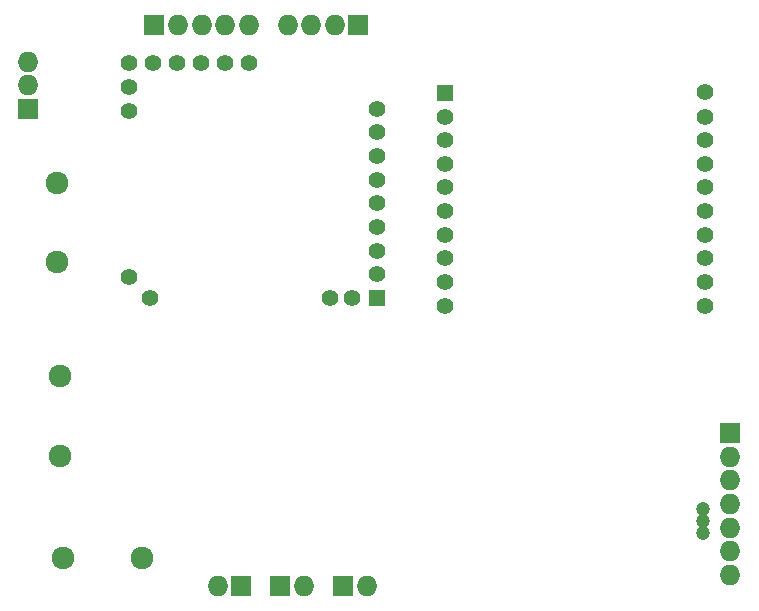
<source format=gbr>
G04 #@! TF.FileFunction,Soldermask,Bot*
%FSLAX46Y46*%
G04 Gerber Fmt 4.6, Leading zero omitted, Abs format (unit mm)*
G04 Created by KiCad (PCBNEW 4.0.7-e2-6376~58~ubuntu16.04.1) date Thu Jun 21 09:26:38 2018*
%MOMM*%
%LPD*%
G01*
G04 APERTURE LIST*
%ADD10C,0.100000*%
%ADD11C,1.924000*%
%ADD12R,1.408000X1.408000*%
%ADD13C,1.408000*%
%ADD14C,1.200000*%
%ADD15R,1.750000X1.750000*%
%ADD16O,1.750000X1.750000*%
G04 APERTURE END LIST*
D10*
D11*
X106553000Y-85725000D03*
X106553000Y-92456000D03*
D12*
X133620000Y-95478000D03*
D13*
X133620000Y-93478000D03*
X133620000Y-91478000D03*
X133620000Y-89478000D03*
X133620000Y-87478000D03*
X133620000Y-85478000D03*
X133620000Y-83478000D03*
X133620000Y-81478000D03*
X133620000Y-79478000D03*
X131572000Y-95504000D03*
X129667000Y-95504000D03*
X112649000Y-75565000D03*
X112649000Y-77597000D03*
X112649000Y-79629000D03*
X114681000Y-75565000D03*
X116713000Y-75565000D03*
X118745000Y-75565000D03*
X120777000Y-75565000D03*
X122809000Y-75565000D03*
X114427000Y-95504000D03*
X112649000Y-93726000D03*
D14*
X161290000Y-113385600D03*
X161290000Y-114401600D03*
X161290000Y-115417600D03*
D11*
X106807000Y-108839000D03*
X106807000Y-102108000D03*
D15*
X132080000Y-72390000D03*
D16*
X130080000Y-72390000D03*
X128080000Y-72390000D03*
X126080000Y-72390000D03*
D15*
X122174000Y-119888000D03*
D16*
X120174000Y-119888000D03*
D15*
X125476000Y-119888000D03*
D16*
X127476000Y-119888000D03*
D15*
X130810000Y-119888000D03*
D16*
X132810000Y-119888000D03*
D11*
X107061000Y-117475000D03*
X113792000Y-117475000D03*
D15*
X163576000Y-106934000D03*
D16*
X163576000Y-108934000D03*
X163576000Y-110934000D03*
X163576000Y-112934000D03*
X163576000Y-114934000D03*
X163576000Y-116934000D03*
X163576000Y-118934000D03*
D12*
X139446000Y-78130400D03*
D13*
X139430000Y-80131000D03*
X139430000Y-82131000D03*
X139430000Y-84131000D03*
X139430000Y-86131000D03*
X139430000Y-88131000D03*
X139430000Y-90131000D03*
X139430000Y-92131000D03*
X139430000Y-94131000D03*
X139430000Y-96131000D03*
X161442400Y-78079600D03*
X161430000Y-80131000D03*
X161430000Y-82131000D03*
X161430000Y-84131000D03*
X161430000Y-86131000D03*
X161430000Y-88131000D03*
X161430000Y-90131000D03*
X161430000Y-92131000D03*
X161430000Y-94131000D03*
X161430000Y-96131000D03*
D15*
X104140000Y-79502000D03*
D16*
X104140000Y-77502000D03*
X104140000Y-75502000D03*
D15*
X114808000Y-72390000D03*
D16*
X116808000Y-72390000D03*
X118808000Y-72390000D03*
X120808000Y-72390000D03*
X122808000Y-72390000D03*
M02*

</source>
